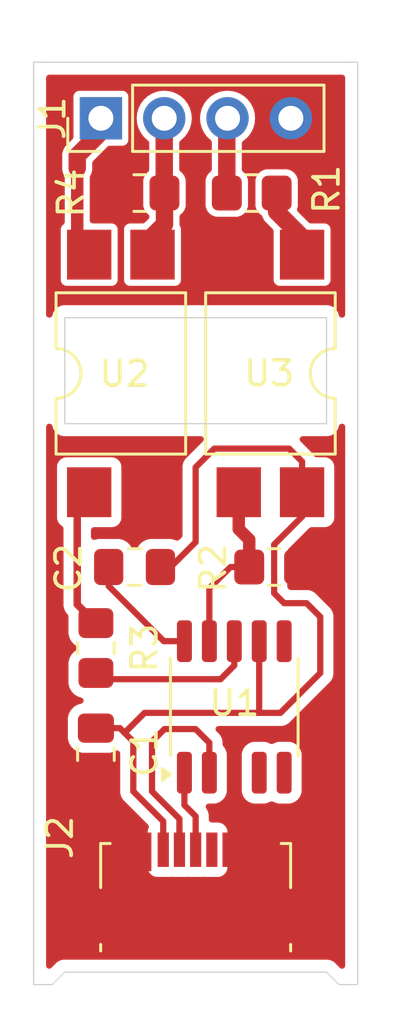
<source format=kicad_pcb>
(kicad_pcb (version 20240108) (generator "pcbnew") (generator_version "8.0")
  (title_block (date "2024-12-30"))
  (layers (0 "F.Cu" signal) (31 "B.Cu" signal) (34 "B.Paste" user) (35 "F.Paste" user) (36 "B.SilkS" user "B.Silkscreen") (37 "F.SilkS" user "F.Silkscreen") (38 "B.Mask" user) (39 "F.Mask" user) (44 "Edge.Cuts" user))
  (net 0 "")
  (net 1 "VCC")
  (net 2 "GND2")
  (net 3 "Net-(U1-V3)")
  (net 4 "Net-(J1-Pin_3)")
  (net 5 "+5V")
  (net 6 "Net-(J1-Pin_2)")
  (net 7 "GND1")
  (net 8 "Net-(J2-D-)")
  (net 9 "Net-(J2-D+)")
  (net 11 "Net-(R1-Pad1)")
  (net 12 "Net-(U1-RXD)")
  (net 13 "Net-(R3-Pad2)")
  (net 14 "Net-(U1-TXD)")
  (footprint "Package_DIP:SMDIP-4_W9.53mm" (layer "F.Cu") (at 144.25 92.985 -90)
    (property "Reference" "U3" (at 0 0.05 180) (layer "F.SilkS"))
    (property "Value" "LTV-817S")
    (fp_line (start -3.235 2.6) (end 3.235 2.6) (stroke (width 0.12)) (layer "F.SilkS"))
    (fp_line (start 3.235 2.6) (end 3.235 -2.6) (stroke (width 0.12)) (layer "F.SilkS"))
    (fp_line (start -3.235 -2.6) (end -3.235 2.6) (stroke (width 0.12)) (layer "F.SilkS"))
    (fp_line (start -1 -2.6) (end -3.235 -2.6) (stroke (width 0.12)) (layer "F.SilkS"))
    (fp_line (start 3.235 -2.6) (end 1 -2.6) (stroke (width 0.12)) (layer "F.SilkS"))
    (fp_arc (start 1 -2.6) (mid 0 -1.6) (end -1 -2.6) (stroke (width 0.12)) (layer "F.SilkS"))
    (pad "1" smd rect (at -4.765 -1.27 270) (size 2 1.78) (layers "F.Cu" "F.Paste" "F.Mask") (net 11 "Net-(R1-Pad1)"))
    (pad "2" smd rect (at -4.765 1.27 270) (size 2 1.78) (layers "F.Cu" "F.Paste" "F.Mask") (net 7 "GND1"))
    (pad "3" smd rect (at 4.765 1.27 270) (size 2 1.78) (layers "F.Cu" "F.Paste" "F.Mask") (net 12 "Net-(U1-RXD)"))
    (pad "4" smd rect (at 4.765 -1.27 270) (size 2 1.78) (layers "F.Cu" "F.Paste" "F.Mask") (net 1 "VCC"))
  )
  (footprint "Resistor_SMD:R_0805_2012Metric_Pad1.20x1.40mm_HandSolder" (layer "F.Cu") (at 143.5 85.75 180)
    (property "Reference" "R1" (at -3 0.15 -90) (layer "F.SilkS"))
    (property "Value" "330")
    (fp_line (start -0.227064 0.735) (end 0.227064 0.735) (stroke (width 0.12)) (layer "F.SilkS"))
    (fp_line (start -0.227064 -0.735) (end 0.227064 -0.735) (stroke (width 0.12)) (layer "F.SilkS"))
    (pad "1" smd roundrect (at -1 0 180) (size 1.2 1.4) (layers "F.Cu" "F.Paste" "F.Mask") (roundrect_rratio 0.208333) (net 11 "Net-(R1-Pad1)"))
    (pad "2" smd roundrect (at 1 0 180) (size 1.2 1.4) (layers "F.Cu" "F.Paste" "F.Mask") (roundrect_rratio 0.208333) (net 4 "Net-(J1-Pin_3)"))
  )
  (footprint "Resistor_SMD:R_0805_2012Metric_Pad1.20x1.40mm_HandSolder" (layer "F.Cu") (at 144.4 100.75)
    (property "Reference" "R2" (at -2.45 0.05 90) (layer "F.SilkS"))
    (property "Value" "10K")
    (fp_line (start -0.227064 -0.735) (end 0.227064 -0.735) (stroke (width 0.12)) (layer "F.SilkS"))
    (fp_line (start -0.227064 0.735) (end 0.227064 0.735) (stroke (width 0.12)) (layer "F.SilkS"))
    (pad "1" smd roundrect (at -1 0) (size 1.2 1.4) (layers "F.Cu" "F.Paste" "F.Mask") (roundrect_rratio 0.208333) (net 12 "Net-(U1-RXD)"))
    (pad "2" smd roundrect (at 1 0) (size 1.2 1.4) (layers "F.Cu" "F.Paste" "F.Mask") (roundrect_rratio 0.208333) (net 2 "GND2"))
  )
  (footprint "Resistor_SMD:R_0805_2012Metric_Pad1.20x1.40mm_HandSolder" (layer "F.Cu") (at 137.25 104 90)
    (property "Reference" "R3" (at 0 1.95 -90) (layer "F.SilkS"))
    (property "Value" "330")
    (fp_line (start -0.227064 -0.735) (end 0.227064 -0.735) (stroke (width 0.12)) (layer "F.SilkS"))
    (fp_line (start -0.227064 0.735) (end 0.227064 0.735) (stroke (width 0.12)) (layer "F.SilkS"))
    (pad "1" smd roundrect (at -1 0 90) (size 1.2 1.4) (layers "F.Cu" "F.Paste" "F.Mask") (roundrect_rratio 0.208333) (net 14 "Net-(U1-TXD)"))
    (pad "2" smd roundrect (at 1 0 90) (size 1.2 1.4) (layers "F.Cu" "F.Paste" "F.Mask") (roundrect_rratio 0.208333) (net 13 "Net-(R3-Pad2)"))
  )
  (footprint "Package_SO:SSOP-10-1EP_3.9x4.9mm_P1mm_EP2.1x3.3mm" (layer "F.Cu") (at 142.8 106.3625 90)
    (property "Reference" "U1" (at 0.1625 0 180) (layer "F.SilkS"))
    (property "Value" "CH340K")
    (fp_line (start 0 -2.56) (end 1.95 -2.56) (stroke (width 0.12)) (layer "F.SilkS"))
    (fp_line (start 0 -2.56) (end -1.95 -2.56) (stroke (width 0.12)) (layer "F.SilkS"))
    (fp_line (start 0 2.56) (end 1.95 2.56) (stroke (width 0.12)) (layer "F.SilkS"))
    (fp_line (start 0 2.56) (end -1.95 2.56) (stroke (width 0.12)) (layer "F.SilkS"))
    (fp_poly (pts (xy -2.7125 -2.56) (xy -2.9525 -2.89) (xy -2.4725 -2.89) (xy -2.7125 -2.56)) (stroke (width 0.12)) (fill solid) (layer "F.SilkS"))
    (pad "1" smd roundrect (at -2.6375 -2 90) (size 1.675 0.6) (layers "F.Cu" "F.Paste" "F.Mask") (net 9 "Net-(J2-D+)"))
    (pad "2" smd roundrect (at -2.6375 -1 90) (size 1.675 0.6) (layers "F.Cu" "F.Paste" "F.Mask") (net 8 "Net-(J2-D-)"))
    (pad "3" smd roundrect (at -2.6375 0 90) (size 1.675 0.6) (layers "F.Cu" "F.Paste" "F.Mask") (net 2 "GND2"))
    (pad "4" smd roundrect (at -2.6375 1 90) (size 1.675 0.6) (layers "F.Cu" "F.Paste" "F.Mask"))
    (pad "5" smd roundrect (at -2.6375 2 90) (size 1.675 0.6) (layers "F.Cu" "F.Paste" "F.Mask"))
    (pad "6" smd roundrect (at 2.6375 2 90) (size 1.675 0.6) (layers "F.Cu" "F.Paste" "F.Mask"))
    (pad "7" smd roundrect (at 2.6375 1 90) (size 1.675 0.6) (layers "F.Cu" "F.Paste" "F.Mask") (net 1 "VCC"))
    (pad "8" smd roundrect (at 2.6375 0 90) (size 1.675 0.6) (layers "F.Cu" "F.Paste" "F.Mask") (net 14 "Net-(U1-TXD)"))
    (pad "9" smd roundrect (at 2.6375 -1 90) (size 1.675 0.6) (layers "F.Cu" "F.Paste" "F.Mask") (net 12 "Net-(U1-RXD)"))
    (pad "10" smd roundrect (at 2.6375 -2 90) (size 1.675 0.6) (layers "F.Cu" "F.Paste" "F.Mask") (net 3 "Net-(U1-V3)"))
  )
  (footprint "Connector_PinHeader_2.54mm:PinHeader_1x04_P2.54mm_Vertical" (layer "F.Cu") (at 137.45 82.75 90)
    (property "Reference" "J1" (at 0 -1.95 90) (layer "F.SilkS"))
    (property "Value" "UART Device")
    (fp_line (start -1.33 -1.33) (end 0 -1.33) (stroke (width 0.12)) (layer "F.SilkS"))
    (fp_line (start -1.33 0) (end -1.33 -1.33) (stroke (width 0.12)) (layer "F.SilkS"))
    (fp_line (start 1.33 1.27) (end 1.33 8.95) (stroke (width 0.12)) (layer "F.SilkS"))
    (fp_line (start -1.33 1.27) (end 1.33 1.27) (stroke (width 0.12)) (layer "F.SilkS"))
    (fp_line (start -1.33 1.27) (end -1.33 8.95) (stroke (width 0.12)) (layer "F.SilkS"))
    (fp_line (start -1.33 8.95) (end 1.33 8.95) (stroke (width 0.12)) (layer "F.SilkS"))
    (pad "1" thru_hole rect (at 0 0 90) (size 1.7 1.7) (drill 1) (layers "*.Cu" "*.Mask") (net 5 "+5V"))
    (pad "2" thru_hole oval (at 0 2.54 90) (size 1.7 1.7) (drill 1) (layers "*.Cu" "*.Mask") (net 6 "Net-(J1-Pin_2)"))
    (pad "3" thru_hole oval (at 0 5.08 90) (size 1.7 1.7) (drill 1) (layers "*.Cu" "*.Mask") (net 4 "Net-(J1-Pin_3)"))
    (pad "4" thru_hole oval (at 0 7.62 90) (size 1.7 1.7) (drill 1) (layers "*.Cu" "*.Mask") (net 7 "GND1"))
  )
  (footprint "Capacitor_SMD:C_0805_2012Metric_Pad1.18x1.45mm_HandSolder" (layer "F.Cu") (at 137.25 108.25 -90)
    (property "Reference" "C1" (at -0.05 -1.95 90) (layer "F.SilkS"))
    (property "Value" "0.1nF")
    (fp_line (start -0.261252 0.735) (end 0.261252 0.735) (stroke (width 0.12)) (layer "F.SilkS"))
    (fp_line (start -0.261252 -0.735) (end 0.261252 -0.735) (stroke (width 0.12)) (layer "F.SilkS"))
    (pad "1" smd roundrect (at -1.0375 0 270) (size 1.175 1.45) (layers "F.Cu" "F.Paste" "F.Mask") (roundrect_rratio 0.212766) (net 1 "VCC"))
    (pad "2" smd roundrect (at 1.0375 0 270) (size 1.175 1.45) (layers "F.Cu" "F.Paste" "F.Mask") (roundrect_rratio 0.212766) (net 2 "GND2"))
  )
  (footprint "Connector_USB:USB_Micro-B_Molex_47346-0001" (layer "F.Cu") (at 141.25 113.55)
    (property "Reference" "J2" (at -5.45 -1.95 90) (layer "F.SilkS"))
    (property "Value" "USB")
    (fp_line (start -3.81 -1.71) (end -3.43 -1.71) (stroke (width 0.12)) (layer "F.SilkS"))
    (fp_line (start -3.81 0.06) (end -3.81 -1.71) (stroke (width 0.12)) (layer "F.SilkS"))
    (fp_line (start -3.81 2.6) (end -3.81 2.34) (stroke (width 0.12)) (layer "F.SilkS"))
    (fp_line (start 3.81 -1.71) (end 3.43 -1.71) (stroke (width 0.12)) (layer "F.SilkS"))
    (fp_line (start 3.81 -1.71) (end 3.81 0.06) (stroke (width 0.12)) (layer "F.SilkS"))
    (fp_line (start 3.81 2.34) (end 3.81 2.6) (stroke (width 0.12)) (layer "F.SilkS"))
    (pad "1" smd rect (at -1.3 -1.46) (size 0.45 1.38) (layers "F.Cu" "F.Paste" "F.Mask") (net 1 "VCC"))
    (pad "2" smd rect (at -0.65 -1.46) (size 0.45 1.38) (layers "F.Cu" "F.Paste" "F.Mask") (net 8 "Net-(J2-D-)"))
    (pad "3" smd rect (at 0 -1.46) (size 0.45 1.38) (layers "F.Cu" "F.Paste" "F.Mask") (net 9 "Net-(J2-D+)"))
    (pad "4" smd rect (at 0.65 -1.46) (size 0.45 1.38) (layers "F.Cu" "F.Paste" "F.Mask"))
    (pad "5" smd rect (at 1.3 -1.46) (size 0.45 1.38) (layers "F.Cu" "F.Paste" "F.Mask") (net 2 "GND2"))
    (pad "6" smd rect (at -3.375 1.2) (size 1.65 1.3) (layers "F.Cu" "F.Paste" "F.Mask") (net 2 "GND2"))
    (pad "6" smd rect (at -2.4875 -1.375) (size 1.425 1.55) (layers "F.Cu" "F.Paste" "F.Mask") (net 2 "GND2"))
    (pad "6" smd rect (at -1.15 1.2) (size 1.8 1.9) (layers "F.Cu" "F.Paste" "F.Mask") (net 2 "GND2"))
    (pad "6" smd rect (at 1.55 1.2) (size 1 1.9) (layers "F.Cu" "F.Paste" "F.Mask") (net 2 "GND2"))
    (pad "6" smd rect (at 2.4875 -1.375) (size 1.425 1.55) (layers "F.Cu" "F.Paste" "F.Mask") (net 2 "GND2"))
    (pad "6" smd rect (at 3.375 1.2) (size 1.65 1.3) (layers "F.Cu" "F.Paste" "F.Mask") (net 2 "GND2"))
  )
  (footprint "Resistor_SMD:R_0805_2012Metric_Pad1.20x1.40mm_HandSolder" (layer "F.Cu") (at 139 85.75)
    (property "Reference" "R4" (at -2.75 0 -90) (layer "F.SilkS"))
    (property "Value" "10K")
    (fp_line (start -0.227064 -0.735) (end 0.227064 -0.735) (stroke (width 0.12)) (layer "F.SilkS"))
    (fp_line (start -0.227064 0.735) (end 0.227064 0.735) (stroke (width 0.12)) (layer "F.SilkS"))
    (pad "1" smd roundrect (at -1 0) (size 1.2 1.4) (layers "F.Cu" "F.Paste" "F.Mask") (roundrect_rratio 0.208333) (net 7 "GND1"))
    (pad "2" smd roundrect (at 1 0) (size 1.2 1.4) (layers "F.Cu" "F.Paste" "F.Mask") (roundrect_rratio 0.208333) (net 6 "Net-(J1-Pin_2)"))
  )
  (footprint "Package_DIP:SMDIP-4_W9.53mm" (layer "F.Cu") (at 138.25 92.985 90)
    (property "Reference" "U2" (at -0.015 0.15 180) (layer "F.SilkS"))
    (property "Value" "LTV-817S")
    (fp_line (start 3.235 -2.6) (end 1 -2.6) (stroke (width 0.12)) (layer "F.SilkS"))
    (fp_line (start -1 -2.6) (end -3.235 -2.6) (stroke (width 0.12)) (layer "F.SilkS"))
    (fp_line (start -3.235 -2.6) (end -3.235 2.6) (stroke (width 0.12)) (layer "F.SilkS"))
    (fp_line (start 3.235 2.6) (end 3.235 -2.6) (stroke (width 0.12)) (layer "F.SilkS"))
    (fp_line (start -3.235 2.6) (end 3.235 2.6) (stroke (width 0.12)) (layer "F.SilkS"))
    (fp_arc (start 1 -2.6) (mid 0 -1.6) (end -1 -2.6) (stroke (width 0.12)) (layer "F.SilkS"))
    (pad "1" smd rect (at -4.765 -1.27 90) (size 2 1.78) (layers "F.Cu" "F.Paste" "F.Mask") (net 13 "Net-(R3-Pad2)"))
    (pad "2" smd rect (at -4.765 1.27 90) (size 2 1.78) (layers "F.Cu" "F.Paste" "F.Mask") (net 2 "GND2"))
    (pad "3" smd rect (at 4.765 1.27 90) (size 2 1.78) (layers "F.Cu" "F.Paste" "F.Mask") (net 6 "Net-(J1-Pin_2)"))
    (pad "4" smd rect (at 4.765 -1.27 90) (size 2 1.78) (layers "F.Cu" "F.Paste" "F.Mask") (net 5 "+5V"))
  )
  (footprint "Capacitor_SMD:C_0805_2012Metric_Pad1.18x1.45mm_HandSolder" (layer "F.Cu") (at 138.8 100.75 180)
    (property "Reference" "C2" (at 2.65 -0.05 90) (layer "F.SilkS"))
    (property "Value" "0.1nF")
    (fp_line (start -0.261252 0.735) (end 0.261252 0.735) (stroke (width 0.12)) (layer "F.SilkS"))
    (fp_line (start -0.261252 -0.735) (end 0.261252 -0.735) (stroke (width 0.12)) (layer "F.SilkS"))
    (pad "1" smd roundrect (at -1.0375 0 180) (size 1.175 1.45) (layers "F.Cu" "F.Paste" "F.Mask") (roundrect_rratio 0.212766) (net 1 "VCC"))
    (pad "2" smd roundrect (at 1.0375 0 180) (size 1.175 1.45) (layers "F.Cu" "F.Paste" "F.Mask") (roundrect_rratio 0.212766) (net 3 "Net-(U1-V3)"))
  )
  (gr_line (start 135.5 117.5) (end 136 117) (stroke (width 0.05)) (layer "Edge.Cuts"))
  (gr_line (start 136 117) (end 146.5 117) (stroke (width 0.05)) (layer "Edge.Cuts"))
  (gr_line (start 147.75 82) (end 147.75 80.5) (stroke (width 0.05)) (layer "Edge.Cuts"))
  (gr_line (start 147.75 82) (end 147.75 117.5) (stroke (width 0.05)) (layer "Edge.Cuts"))
  (gr_line (start 147 117.5) (end 147.5 117.5) (stroke (width 0.05)) (layer "Edge.Cuts"))
  (gr_line (start 134.75 80.5) (end 135 80.5) (stroke (width 0.05)) (layer "Edge.Cuts"))
  (gr_line (start 134.75 117.5) (end 134.75 82) (stroke (width 0.05)) (layer "Edge.Cuts"))
  (gr_line (start 135 117.5) (end 135.5 117.5) (stroke (width 0.05)) (layer "Edge.Cuts"))
  (gr_rect (start 136 90.75) (end 146.5 95) (stroke (width 0.05)) (fill none) (layer "Edge.Cuts"))
  (gr_line (start 135 80.5) (end 147.5 80.5) (stroke (width 0.05)) (layer "Edge.Cuts"))
  (gr_line (start 146.5 117) (end 147 117.5) (stroke (width 0.05)) (layer "Edge.Cuts"))
  (gr_line (start 147.75 80.5) (end 147.5 80.5) (stroke (width 0.05)) (layer "Edge.Cuts"))
  (gr_line (start 147.5 117.5) (end 147.75 117.5) (stroke (width 0.05)) (layer "Edge.Cuts"))
  (gr_line (start 135 117.5) (end 134.75 117.5) (stroke (width 0.05)) (layer "Edge.Cuts"))
  (gr_line (start 134.75 82) (end 134.75 80.5) (stroke (width 0.05)) (layer "Edge.Cuts"))
  (segment (start 144.4 99.85) (end 145.52 98.73) (width 0.25) (layer "F.Cu") (net 1))
  (segment (start 142 96) (end 145 96) (width 0.25) (layer "F.Cu") (net 1))
  (segment (start 145 96) (end 145.52 96.52) (width 0.25) (layer "F.Cu") (net 1))
  (segment (start 146.25 102.75) (end 145.7 102.2) (width 0.25) (layer "F.Cu") (net 1))
  (segment (start 143.8 103.725) (end 143.8 106.6) (width 0.25) (layer "F.Cu") (net 1))
  (segment (start 138.75 109.75) (end 138.75 107.75) (width 0.25) (layer "F.Cu") (net 1))
  (segment (start 145.52 96.52) (end 145.52 97.75) (width 0.25) (layer "F.Cu") (net 1))
  (segment (start 145.7 102.2) (end 144.8 102.2) (width 0.25) (layer "F.Cu") (net 1))
  (segment (start 143.8 106.6) (end 144.65 106.6) (width 0.25) (layer "F.Cu") (net 1))
  (segment (start 143.8 106.6) (end 139.2 106.6) (width 0.25) (layer "F.Cu") (net 1))
  (segment (start 141.25 99.75) (end 141.25 96.75) (width 0.25) (layer "F.Cu") (net 1))
  (segment (start 144.8 102.2) (end 144.4 101.8) (width 0.25) (layer "F.Cu") (net 1))
  (segment (start 138.2125 107.2125) (end 137.25 107.2125) (width 0.25) (layer "F.Cu") (net 1))
  (segment (start 145.52 98.73) (end 145.52 97.75) (width 0.25) (layer "F.Cu") (net 1))
  (segment (start 144.4 101.8) (end 144.4 99.85) (width 0.25) (layer "F.Cu") (net 1))
  (segment (start 140.25 100.75) (end 141.25 99.75) (width 0.25) (layer "F.Cu") (net 1))
  (segment (start 146.25 105) (end 146.25 102.75) (width 0.25) (layer "F.Cu") (net 1))
  (segment (start 139.8375 100.75) (end 140.25 100.75) (width 0.25) (layer "F.Cu") (net 1))
  (segment (start 138.75 107.75) (end 138.4 107.4) (width 0.25) (layer "F.Cu") (net 1))
  (segment (start 144.65 106.6) (end 146.25 105) (width 0.25) (layer "F.Cu") (net 1))
  (segment (start 139.2 106.6) (end 138.4 107.4) (width 0.25) (layer "F.Cu") (net 1))
  (segment (start 138.4 107.4) (end 138.2125 107.2125) (width 0.25) (layer "F.Cu") (net 1))
  (segment (start 139.95 112.09) (end 139.95 110.95) (width 0.25) (layer "F.Cu") (net 1))
  (segment (start 141.25 96.75) (end 142 96) (width 0.25) (layer "F.Cu") (net 1))
  (segment (start 139.95 110.95) (end 138.75 109.75) (width 0.25) (layer "F.Cu") (net 1))
  (segment (start 140.8 103.725) (end 139.975 103.725) (width 0.25) (layer "F.Cu") (net 3))
  (segment (start 139.975 103.725) (end 137.7625 101.5125) (width 0.25) (layer "F.Cu") (net 3))
  (segment (start 137.7625 101.5125) (end 137.7625 100.75) (width 0.25) (layer "F.Cu") (net 3))
  (segment (start 142.5 85.75) (end 142.5 82.78) (width 0.7) (layer "F.Cu") (net 4))
  (segment (start 142.5 82.78) (end 142.53 82.75) (width 0.7) (layer "F.Cu") (net 4))
  (segment (start 136.5 84.25) (end 136.5 84.75) (width 0.7) (layer "F.Cu") (net 5))
  (segment (start 137.5 83.25) (end 136.5 84.25) (width 0.7) (layer "F.Cu") (net 5))
  (segment (start 136.5 87.74) (end 136.98 88.22) (width 0.7) (layer "F.Cu") (net 5))
  (segment (start 137.45 82.75) (end 137.45 83.2) (width 0.7) (layer "F.Cu") (net 5))
  (segment (start 136.5 87.74) (end 136.5 84.75) (width 0.5) (layer "F.Cu") (net 5))
  (segment (start 137.45 83.2) (end 137.5 83.25) (width 0.7) (layer "F.Cu") (net 5))
  (segment (start 140 87) (end 140 85.75) (width 0.7) (layer "F.Cu") (net 6))
  (segment (start 139.52 87.48) (end 140 87) (width 0.7) (layer "F.Cu") (net 6))
  (segment (start 139.99 82.75) (end 139.99 85.74) (width 0.7) (layer "F.Cu") (net 6))
  (segment (start 139.52 88.22) (end 139.52 87.48) (width 0.7) (layer "F.Cu") (net 6))
  (segment (start 139.99 85.74) (end 140 85.75) (width 0.7) (layer "F.Cu") (net 6))
  (segment (start 140.6 110.85) (end 140.6 112.09) (width 0.25) (layer "F.Cu") (net 8))
  (segment (start 141.8 107.8) (end 141.25 107.25) (width 0.25) (layer "F.Cu") (net 8))
  (segment (start 141.25 107.25) (end 140 107.25) (width 0.25) (layer "F.Cu") (net 8))
  (segment (start 141.8 109) (end 141.8 107.8) (width 0.25) (layer "F.Cu") (net 8))
  (segment (start 139.5 109.75) (end 140.6 110.85) (width 0.25) (layer "F.Cu") (net 8))
  (segment (start 139.5 107.75) (end 139.5 109.75) (width 0.25) (layer "F.Cu") (net 8))
  (segment (start 140 107.25) (end 139.5 107.75) (width 0.25) (layer "F.Cu") (net 8))
  (segment (start 141.25 110.75) (end 141.25 112.09) (width 0.25) (layer "F.Cu") (net 9))
  (segment (start 140.8 110.3) (end 141.25 110.75) (width 0.25) (layer "F.Cu") (net 9))
  (segment (start 140.8 109) (end 140.8 110.3) (width 0.25) (layer "F.Cu") (net 9))
  (segment (start 145.52 87.52) (end 144.5 86.5) (width 0.7) (layer "F.Cu") (net 11))
  (segment (start 144.5 86.5) (end 144.5 85.75) (width 0.7) (layer "F.Cu") (net 11))
  (segment (start 145.52 88.22) (end 145.52 87.52) (width 0.7) (layer "F.Cu") (net 11))
  (segment (start 143.4 100.75) (end 143.4 101.2) (width 0.25) (layer "F.Cu") (net 12))
  (segment (start 141.8 101.6) (end 142.65 100.75) (width 0.25) (layer "F.Cu") (net 12))
  (segment (start 143.4 99.65) (end 143.4 100.75) (width 0.5) (layer "F.Cu") (net 12))
  (segment (start 142.98 97.75) (end 142.98 99.23) (width 0.5) (layer "F.Cu") (net 12))
  (segment (start 141.8 103.725) (end 141.8 101.6) (width 0.25) (layer "F.Cu") (net 12))
  (segment (start 142.65 100.75) (end 143.4 100.75) (width 0.25) (layer "F.Cu") (net 12))
  (segment (start 142.98 99.23) (end 143.4 99.65) (width 0.5) (layer "F.Cu") (net 12))
  (segment (start 136.5 102.25) (end 136.5 98.23) (width 0.3) (layer "F.Cu") (net 13))
  (segment (start 137.25 103) (end 136.5 102.25) (width 0.3) (layer "F.Cu") (net 13))
  (segment (start 136.5 98.23) (end 136.98 97.75) (width 0.3) (layer "F.Cu") (net 13))
  (segment (start 142.8 103.725) (end 142.8 104.7) (width 0.25) (layer "F.Cu") (net 14))
  (segment (start 142.25 105.25) (end 137.5 105.25) (width 0.25) (layer "F.Cu") (net 14))
  (segment (start 137.5 105.25) (end 137.25 105) (width 0.25) (layer "F.Cu") (net 14))
  (segment (start 142.8 104.7) (end 142.25 105.25) (width 0.25) (layer "F.Cu") (net 14))
  (zone (net 7) (net_name "GND1") (layer "F.Cu") (connect_pads yes (clearance 0.25)) (min_thickness 0.25) (fill yes (thermal_gap 0.4) (thermal_bridge_width 1))
    (polygon (pts (xy 135 80.5) (xy 147.5 80.5) (xy 147.5 90.75) (xy 135 90.75)))
  )
  (zone (net 2) (net_name "GND2") (layer "F.Cu") (priority 1) (connect_pads yes (clearance 0.4)) (min_thickness 0.25) (fill yes (thermal_gap 0.4) (thermal_bridge_width 1))
    (polygon (pts (xy 135 95) (xy 147.5 95) (xy 147.5 117.5) (xy 135 117.5)))
  )
)
</source>
